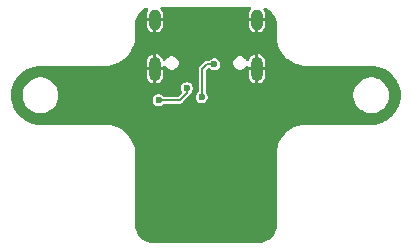
<source format=gbr>
%TF.GenerationSoftware,KiCad,Pcbnew,9.0.0*%
%TF.CreationDate,2025-06-21T10:21:25-05:00*%
%TF.ProjectId,SDC_USB_Breakout,5344435f-5553-4425-9f42-7265616b6f75,rev?*%
%TF.SameCoordinates,Original*%
%TF.FileFunction,Copper,L2,Bot*%
%TF.FilePolarity,Positive*%
%FSLAX46Y46*%
G04 Gerber Fmt 4.6, Leading zero omitted, Abs format (unit mm)*
G04 Created by KiCad (PCBNEW 9.0.0) date 2025-06-21 10:21:25*
%MOMM*%
%LPD*%
G01*
G04 APERTURE LIST*
%TA.AperFunction,ComponentPad*%
%ADD10O,1.000000X2.100000*%
%TD*%
%TA.AperFunction,ComponentPad*%
%ADD11O,1.000000X1.800000*%
%TD*%
%TA.AperFunction,ViaPad*%
%ADD12C,0.600000*%
%TD*%
%TA.AperFunction,Conductor*%
%ADD13C,0.200000*%
%TD*%
G04 APERTURE END LIST*
D10*
%TO.P,J2,S1,SHIELD*%
%TO.N,GND*%
X115620000Y-37670686D03*
D11*
X115620000Y-33490686D03*
D10*
X106980000Y-37670686D03*
D11*
X106980000Y-33490686D03*
%TD*%
D12*
%TO.N,Net-(J2-CC2)*%
X109700000Y-39300000D03*
X107300000Y-40315686D03*
%TO.N,GND*%
X109300000Y-43500000D03*
X109300000Y-41600000D03*
X113300000Y-44465685D03*
%TO.N,Net-(J1-Pin_4)*%
X112029603Y-37277746D03*
X110950001Y-40065685D03*
%TD*%
D13*
%TO.N,Net-(J2-CC2)*%
X109700000Y-39700000D02*
X109084314Y-40315686D01*
X109084314Y-40315686D02*
X107300000Y-40315686D01*
X109700000Y-39300000D02*
X109700000Y-39700000D01*
%TO.N,Net-(J1-Pin_4)*%
X112029603Y-37277746D02*
X111422254Y-37277746D01*
X111000000Y-37700000D02*
X111000000Y-40015686D01*
X111000000Y-40015686D02*
X110950001Y-40065685D01*
X111422254Y-37277746D02*
X111000000Y-37700000D01*
%TD*%
%TA.AperFunction,Conductor*%
%TO.N,GND*%
G36*
X115087911Y-32420185D02*
G01*
X115133666Y-32472989D01*
X115143610Y-32542147D01*
X115114585Y-32605703D01*
X115108554Y-32612180D01*
X115076275Y-32644459D01*
X114999671Y-32759106D01*
X114999664Y-32759119D01*
X114946902Y-32886499D01*
X114946899Y-32886509D01*
X114920000Y-33021739D01*
X114920000Y-33365686D01*
X115320000Y-33365686D01*
X115320000Y-33615686D01*
X114920000Y-33615686D01*
X114920000Y-33959632D01*
X114919999Y-33959632D01*
X114946899Y-34094862D01*
X114946902Y-34094872D01*
X114999664Y-34222252D01*
X114999671Y-34222265D01*
X115076275Y-34336912D01*
X115173773Y-34434410D01*
X115288420Y-34511014D01*
X115288433Y-34511021D01*
X115415814Y-34563783D01*
X115415826Y-34563786D01*
X115495000Y-34579535D01*
X115495000Y-34164928D01*
X115504204Y-34170242D01*
X115580504Y-34190686D01*
X115659496Y-34190686D01*
X115735796Y-34170242D01*
X115745000Y-34164928D01*
X115745000Y-34579534D01*
X115824173Y-34563786D01*
X115824185Y-34563783D01*
X115951566Y-34511021D01*
X115951579Y-34511014D01*
X116066226Y-34434410D01*
X116163724Y-34336912D01*
X116240328Y-34222265D01*
X116240335Y-34222252D01*
X116293097Y-34094872D01*
X116293100Y-34094862D01*
X116320000Y-33959632D01*
X116320000Y-33615686D01*
X115920000Y-33615686D01*
X115920000Y-33365686D01*
X116320000Y-33365686D01*
X116320000Y-33021739D01*
X116293100Y-32886509D01*
X116293097Y-32886499D01*
X116240335Y-32759119D01*
X116240328Y-32759107D01*
X116194485Y-32690498D01*
X116184999Y-32660204D01*
X116173903Y-32630454D01*
X116174633Y-32627097D01*
X116173607Y-32623821D01*
X116182004Y-32593208D01*
X116188754Y-32562181D01*
X116191182Y-32559752D01*
X116192091Y-32556441D01*
X116215711Y-32535223D01*
X116238160Y-32512775D01*
X116241514Y-32512045D01*
X116244070Y-32509750D01*
X116275409Y-32504671D01*
X116306432Y-32497923D01*
X116310968Y-32498909D01*
X116313040Y-32498574D01*
X116340920Y-32505425D01*
X116390405Y-32523881D01*
X116414608Y-32532909D01*
X116430694Y-32540255D01*
X116562415Y-32612180D01*
X116602907Y-32634290D01*
X116617790Y-32643855D01*
X116774863Y-32761438D01*
X116788234Y-32773024D01*
X116926972Y-32911762D01*
X116938558Y-32925133D01*
X117056145Y-33082211D01*
X117065709Y-33097092D01*
X117065710Y-33097094D01*
X117159742Y-33269299D01*
X117167092Y-33285393D01*
X117235660Y-33469233D01*
X117240644Y-33486208D01*
X117282351Y-33677931D01*
X117284869Y-33695442D01*
X117299183Y-33895565D01*
X117299499Y-33904412D01*
X117299499Y-34974519D01*
X117299501Y-34974548D01*
X117299501Y-35051253D01*
X117335964Y-35351552D01*
X117378202Y-35522915D01*
X117408360Y-35645271D01*
X117433171Y-35710691D01*
X117515628Y-35928113D01*
X117515629Y-35928114D01*
X117515631Y-35928119D01*
X117515631Y-35928120D01*
X117570806Y-36033246D01*
X117656209Y-36195967D01*
X117754771Y-36338758D01*
X117828047Y-36444918D01*
X117828049Y-36444920D01*
X117828051Y-36444923D01*
X117877155Y-36500350D01*
X118028647Y-36671351D01*
X118193418Y-36817324D01*
X118255076Y-36871948D01*
X118504032Y-37043791D01*
X118771886Y-37184371D01*
X118935577Y-37246451D01*
X119054727Y-37291639D01*
X119054729Y-37291639D01*
X119054733Y-37291641D01*
X119348447Y-37364035D01*
X119585520Y-37392821D01*
X119648743Y-37400498D01*
X119648745Y-37400498D01*
X119719664Y-37400498D01*
X119719672Y-37400499D01*
X119734106Y-37400499D01*
X119799997Y-37400499D01*
X119865890Y-37400499D01*
X125234107Y-37400499D01*
X125296248Y-37400499D01*
X125303735Y-37400725D01*
X125593796Y-37418270D01*
X125608657Y-37420074D01*
X125890797Y-37471779D01*
X125905334Y-37475362D01*
X126179172Y-37560694D01*
X126193163Y-37565999D01*
X126454743Y-37683726D01*
X126467989Y-37690679D01*
X126713460Y-37839071D01*
X126725776Y-37847572D01*
X126951573Y-38024472D01*
X126962781Y-38034402D01*
X127165596Y-38237217D01*
X127175526Y-38248425D01*
X127352425Y-38474219D01*
X127360927Y-38486536D01*
X127374768Y-38509432D01*
X127509316Y-38732003D01*
X127516275Y-38745262D01*
X127633998Y-39006831D01*
X127639307Y-39020832D01*
X127724636Y-39294663D01*
X127728220Y-39309201D01*
X127779924Y-39591339D01*
X127781729Y-39606204D01*
X127799048Y-39892513D01*
X127799048Y-39907487D01*
X127781729Y-40193795D01*
X127779924Y-40208660D01*
X127728220Y-40490798D01*
X127724636Y-40505336D01*
X127639307Y-40779167D01*
X127633998Y-40793168D01*
X127516275Y-41054737D01*
X127509316Y-41067996D01*
X127360929Y-41313460D01*
X127352423Y-41325783D01*
X127175526Y-41551574D01*
X127165596Y-41562782D01*
X126962781Y-41765597D01*
X126951573Y-41775527D01*
X126725782Y-41952423D01*
X126713459Y-41960929D01*
X126467995Y-42109317D01*
X126454736Y-42116276D01*
X126193168Y-42233998D01*
X126179167Y-42239307D01*
X125905335Y-42324636D01*
X125890797Y-42328220D01*
X125608659Y-42379924D01*
X125593794Y-42381729D01*
X125303752Y-42399274D01*
X125296265Y-42399500D01*
X119851360Y-42399500D01*
X119851356Y-42399499D01*
X119648742Y-42399499D01*
X119393824Y-42430453D01*
X119348446Y-42435963D01*
X119199457Y-42472685D01*
X119054726Y-42508358D01*
X118771880Y-42615628D01*
X118504033Y-42756206D01*
X118504024Y-42756212D01*
X118255076Y-42928047D01*
X118255070Y-42928052D01*
X118028650Y-43128643D01*
X117989811Y-43172484D01*
X117828049Y-43355076D01*
X117828047Y-43355078D01*
X117828045Y-43355081D01*
X117656210Y-43604026D01*
X117656205Y-43604035D01*
X117515627Y-43871882D01*
X117408357Y-44154727D01*
X117378199Y-44277085D01*
X117335962Y-44448449D01*
X117321376Y-44568568D01*
X117299499Y-44748745D01*
X117299499Y-50895573D01*
X117299183Y-50904420D01*
X117284868Y-51104558D01*
X117282350Y-51122069D01*
X117240645Y-51313787D01*
X117235661Y-51330763D01*
X117167089Y-51514609D01*
X117159739Y-51530702D01*
X117065710Y-51702904D01*
X117056145Y-51717788D01*
X116938560Y-51874862D01*
X116926975Y-51888232D01*
X116788230Y-52026978D01*
X116774858Y-52038564D01*
X116617790Y-52156143D01*
X116602907Y-52165708D01*
X116430700Y-52259740D01*
X116414607Y-52267090D01*
X116230763Y-52335661D01*
X116213787Y-52340645D01*
X116022068Y-52382350D01*
X116004557Y-52384868D01*
X115823779Y-52397798D01*
X115804417Y-52399183D01*
X115795572Y-52399499D01*
X106804427Y-52399499D01*
X106795581Y-52399183D01*
X106773621Y-52397612D01*
X106595441Y-52384868D01*
X106577930Y-52382350D01*
X106386212Y-52340645D01*
X106369236Y-52335661D01*
X106185390Y-52267089D01*
X106169298Y-52259739D01*
X105997095Y-52165710D01*
X105982210Y-52156145D01*
X105982207Y-52156143D01*
X105825133Y-52038558D01*
X105811763Y-52026972D01*
X105673027Y-51888236D01*
X105661441Y-51874866D01*
X105661438Y-51874862D01*
X105543850Y-51717784D01*
X105534289Y-51702904D01*
X105440260Y-51530701D01*
X105432910Y-51514609D01*
X105364335Y-51330755D01*
X105359356Y-51313796D01*
X105317648Y-51122065D01*
X105315131Y-51104556D01*
X105305214Y-50965904D01*
X105300813Y-50904373D01*
X105300498Y-50895535D01*
X105300498Y-44951369D01*
X105300502Y-44951355D01*
X105300502Y-44748747D01*
X105292237Y-44680682D01*
X105264039Y-44448450D01*
X105191645Y-44154735D01*
X105191644Y-44154732D01*
X105191643Y-44154728D01*
X105156524Y-44062131D01*
X105084375Y-43871887D01*
X104943794Y-43604032D01*
X104813841Y-43415762D01*
X104771954Y-43355077D01*
X104771949Y-43355071D01*
X104571354Y-43128647D01*
X104571352Y-43128645D01*
X104344928Y-42928050D01*
X104344922Y-42928045D01*
X104095974Y-42756210D01*
X104095972Y-42756209D01*
X104095968Y-42756206D01*
X103972701Y-42691510D01*
X103828120Y-42615628D01*
X103828115Y-42615626D01*
X103828113Y-42615625D01*
X103767867Y-42592776D01*
X103545271Y-42508356D01*
X103429819Y-42479900D01*
X103251550Y-42435961D01*
X103071370Y-42414083D01*
X102951252Y-42399498D01*
X102951250Y-42399498D01*
X102799997Y-42399498D01*
X102734105Y-42399498D01*
X102734104Y-42399498D01*
X97303747Y-42399498D01*
X97296261Y-42399272D01*
X97006205Y-42381728D01*
X96991339Y-42379923D01*
X96709201Y-42328219D01*
X96694663Y-42324635D01*
X96420824Y-42239304D01*
X96406826Y-42233995D01*
X96254095Y-42165256D01*
X96145268Y-42116277D01*
X96132010Y-42109319D01*
X95886540Y-41960928D01*
X95874220Y-41952424D01*
X95691313Y-41809125D01*
X95648426Y-41775525D01*
X95637218Y-41765595D01*
X95434403Y-41562781D01*
X95424473Y-41551573D01*
X95306114Y-41400499D01*
X95247573Y-41325776D01*
X95239071Y-41313458D01*
X95090680Y-41067987D01*
X95083722Y-41054730D01*
X94966000Y-40793163D01*
X94960698Y-40779182D01*
X94875363Y-40505334D01*
X94871780Y-40490797D01*
X94867270Y-40466185D01*
X94820075Y-40208657D01*
X94818271Y-40193794D01*
X94800952Y-39907472D01*
X94800952Y-39892527D01*
X94807643Y-39781901D01*
X95799499Y-39781901D01*
X95799499Y-40018096D01*
X95836446Y-40251367D01*
X95836445Y-40251367D01*
X95909432Y-40475995D01*
X95984337Y-40623002D01*
X96016656Y-40686432D01*
X96155482Y-40877509D01*
X96322489Y-41044516D01*
X96513566Y-41183342D01*
X96612990Y-41234001D01*
X96724002Y-41290565D01*
X96724004Y-41290565D01*
X96724007Y-41290567D01*
X96814217Y-41319878D01*
X96948630Y-41363552D01*
X97181902Y-41400499D01*
X97181907Y-41400499D01*
X97418096Y-41400499D01*
X97651367Y-41363552D01*
X97651370Y-41363551D01*
X97875991Y-41290567D01*
X98086432Y-41183342D01*
X98277509Y-41044516D01*
X98444516Y-40877509D01*
X98583342Y-40686432D01*
X98690567Y-40475991D01*
X98763552Y-40251367D01*
X98763801Y-40249794D01*
X106799500Y-40249794D01*
X106799500Y-40381577D01*
X106833608Y-40508873D01*
X106860902Y-40556146D01*
X106899500Y-40623000D01*
X106992686Y-40716186D01*
X107106814Y-40782078D01*
X107234108Y-40816186D01*
X107234110Y-40816186D01*
X107365890Y-40816186D01*
X107365892Y-40816186D01*
X107493186Y-40782078D01*
X107607314Y-40716186D01*
X107670995Y-40652505D01*
X107732318Y-40619020D01*
X107758676Y-40616186D01*
X109123874Y-40616186D01*
X109123876Y-40616186D01*
X109200303Y-40595707D01*
X109268825Y-40556146D01*
X109324774Y-40500197D01*
X109825178Y-39999793D01*
X110449501Y-39999793D01*
X110449501Y-40131576D01*
X110483609Y-40258872D01*
X110516555Y-40315935D01*
X110549501Y-40372999D01*
X110642687Y-40466185D01*
X110756815Y-40532077D01*
X110884109Y-40566185D01*
X110884111Y-40566185D01*
X111015891Y-40566185D01*
X111015893Y-40566185D01*
X111143187Y-40532077D01*
X111257315Y-40466185D01*
X111350501Y-40372999D01*
X111416393Y-40258871D01*
X111450501Y-40131577D01*
X111450501Y-39999793D01*
X111416393Y-39872499D01*
X111402996Y-39849294D01*
X111399058Y-39842473D01*
X111399053Y-39842466D01*
X111364086Y-39781901D01*
X123799499Y-39781901D01*
X123799499Y-40018096D01*
X123836446Y-40251367D01*
X123836445Y-40251367D01*
X123909432Y-40475995D01*
X123955387Y-40566185D01*
X123999369Y-40652505D01*
X124016658Y-40686435D01*
X124155475Y-40877502D01*
X124155479Y-40877507D01*
X124322489Y-41044517D01*
X124322494Y-41044521D01*
X124476192Y-41156188D01*
X124513565Y-41183341D01*
X124647657Y-41251664D01*
X124724001Y-41290564D01*
X124724003Y-41290564D01*
X124724006Y-41290566D01*
X124844410Y-41329687D01*
X124948629Y-41363551D01*
X125181901Y-41400498D01*
X125181906Y-41400498D01*
X125418095Y-41400498D01*
X125651366Y-41363551D01*
X125875990Y-41290566D01*
X126086431Y-41183341D01*
X126277508Y-41044516D01*
X126444515Y-40877509D01*
X126583340Y-40686432D01*
X126690565Y-40475991D01*
X126763550Y-40251367D01*
X126771483Y-40201281D01*
X126800497Y-40018096D01*
X126800497Y-39781901D01*
X126763550Y-39548630D01*
X126727773Y-39438521D01*
X126690565Y-39324007D01*
X126690563Y-39324004D01*
X126690563Y-39324002D01*
X126644759Y-39234108D01*
X126583340Y-39113566D01*
X126505787Y-39006823D01*
X126444520Y-38922495D01*
X126444516Y-38922490D01*
X126277506Y-38755480D01*
X126277501Y-38755476D01*
X126086434Y-38616659D01*
X126086433Y-38616658D01*
X126086431Y-38616657D01*
X125960055Y-38552265D01*
X125875994Y-38509433D01*
X125651366Y-38436446D01*
X125418095Y-38399500D01*
X125418090Y-38399500D01*
X125181906Y-38399500D01*
X125181901Y-38399500D01*
X124948629Y-38436446D01*
X124724001Y-38509433D01*
X124513561Y-38616659D01*
X124322494Y-38755476D01*
X124322489Y-38755480D01*
X124155479Y-38922490D01*
X124155475Y-38922495D01*
X124016658Y-39113562D01*
X123909432Y-39324002D01*
X123836445Y-39548630D01*
X123799499Y-39781901D01*
X111364086Y-39781901D01*
X111350501Y-39758371D01*
X111328122Y-39735992D01*
X111321303Y-39725756D01*
X111314420Y-39703670D01*
X111303334Y-39683366D01*
X111300826Y-39660042D01*
X111300517Y-39659050D01*
X111300662Y-39658521D01*
X111300500Y-39657008D01*
X111300500Y-37875833D01*
X111320185Y-37808794D01*
X111336819Y-37788152D01*
X111496826Y-37628145D01*
X111558149Y-37594660D01*
X111627841Y-37599644D01*
X111672188Y-37628145D01*
X111722289Y-37678246D01*
X111836417Y-37744138D01*
X111963711Y-37778246D01*
X111963713Y-37778246D01*
X112095493Y-37778246D01*
X112095495Y-37778246D01*
X112222789Y-37744138D01*
X112336917Y-37678246D01*
X112430103Y-37585060D01*
X112495995Y-37470932D01*
X112530103Y-37343638D01*
X112530103Y-37211854D01*
X112498771Y-37094920D01*
X113614500Y-37094920D01*
X113614500Y-37246451D01*
X113653719Y-37392822D01*
X113688478Y-37453025D01*
X113729485Y-37524051D01*
X113836635Y-37631201D01*
X113967865Y-37706967D01*
X114114234Y-37746186D01*
X114114236Y-37746186D01*
X114265764Y-37746186D01*
X114265766Y-37746186D01*
X114412135Y-37706967D01*
X114543365Y-37631201D01*
X114650515Y-37524051D01*
X114655458Y-37515489D01*
X114688613Y-37458064D01*
X114739180Y-37409848D01*
X114807787Y-37396626D01*
X114872652Y-37422594D01*
X114913180Y-37479508D01*
X114920000Y-37520064D01*
X114920000Y-37545686D01*
X115320000Y-37545686D01*
X115320000Y-37795686D01*
X114920000Y-37795686D01*
X114920000Y-38289632D01*
X114919999Y-38289632D01*
X114946899Y-38424862D01*
X114946902Y-38424872D01*
X114999664Y-38552252D01*
X114999671Y-38552265D01*
X115076275Y-38666912D01*
X115173773Y-38764410D01*
X115288420Y-38841014D01*
X115288433Y-38841021D01*
X115415814Y-38893783D01*
X115415826Y-38893786D01*
X115495000Y-38909535D01*
X115495000Y-38494928D01*
X115504204Y-38500242D01*
X115580504Y-38520686D01*
X115659496Y-38520686D01*
X115735796Y-38500242D01*
X115745000Y-38494928D01*
X115745000Y-38909534D01*
X115824173Y-38893786D01*
X115824185Y-38893783D01*
X115951566Y-38841021D01*
X115951579Y-38841014D01*
X116066226Y-38764410D01*
X116163724Y-38666912D01*
X116240328Y-38552265D01*
X116240335Y-38552252D01*
X116293097Y-38424872D01*
X116293100Y-38424862D01*
X116320000Y-38289632D01*
X116320000Y-37795686D01*
X115920000Y-37795686D01*
X115920000Y-37545686D01*
X116320000Y-37545686D01*
X116320000Y-37051739D01*
X116293100Y-36916509D01*
X116293097Y-36916499D01*
X116240335Y-36789119D01*
X116240328Y-36789106D01*
X116163724Y-36674459D01*
X116066226Y-36576961D01*
X115951579Y-36500357D01*
X115951566Y-36500350D01*
X115824184Y-36447587D01*
X115824176Y-36447585D01*
X115745000Y-36431835D01*
X115745000Y-36846443D01*
X115735796Y-36841130D01*
X115659496Y-36820686D01*
X115580504Y-36820686D01*
X115504204Y-36841130D01*
X115495000Y-36846443D01*
X115495000Y-36431836D01*
X115494999Y-36431835D01*
X115415823Y-36447585D01*
X115415815Y-36447587D01*
X115288433Y-36500350D01*
X115288420Y-36500357D01*
X115173773Y-36576961D01*
X115076275Y-36674459D01*
X114999671Y-36789106D01*
X114999664Y-36789119D01*
X114944570Y-36922131D01*
X114942897Y-36921438D01*
X114909253Y-36972755D01*
X114845435Y-37001200D01*
X114776370Y-36990626D01*
X114723986Y-36944392D01*
X114721521Y-36940306D01*
X114664261Y-36841130D01*
X114650515Y-36817321D01*
X114543365Y-36710171D01*
X114476127Y-36671351D01*
X114412136Y-36634405D01*
X114338950Y-36614795D01*
X114265766Y-36595186D01*
X114114234Y-36595186D01*
X113967863Y-36634405D01*
X113836635Y-36710171D01*
X113836632Y-36710173D01*
X113729487Y-36817318D01*
X113729485Y-36817321D01*
X113653719Y-36948549D01*
X113614500Y-37094920D01*
X112498771Y-37094920D01*
X112495995Y-37084560D01*
X112430103Y-36970432D01*
X112336917Y-36877246D01*
X112279853Y-36844300D01*
X112222790Y-36811354D01*
X112139806Y-36789119D01*
X112095495Y-36777246D01*
X111963711Y-36777246D01*
X111836415Y-36811354D01*
X111722289Y-36877246D01*
X111722286Y-36877248D01*
X111658608Y-36940927D01*
X111597285Y-36974412D01*
X111570927Y-36977246D01*
X111382692Y-36977246D01*
X111332758Y-36990626D01*
X111306264Y-36997725D01*
X111247188Y-37031833D01*
X111247187Y-37031832D01*
X111237746Y-37037283D01*
X111237741Y-37037287D01*
X110759541Y-37515487D01*
X110759535Y-37515495D01*
X110719982Y-37584004D01*
X110719979Y-37584009D01*
X110715790Y-37599644D01*
X110705798Y-37636936D01*
X110699500Y-37660439D01*
X110699500Y-39560792D01*
X110679815Y-39627831D01*
X110647739Y-39658417D01*
X110649135Y-39660237D01*
X110642687Y-39665184D01*
X110549501Y-39758371D01*
X110483609Y-39872497D01*
X110449501Y-39999793D01*
X109825178Y-39999793D01*
X109940460Y-39884511D01*
X109971253Y-39831175D01*
X109980021Y-39815989D01*
X110000500Y-39739562D01*
X110000500Y-39739560D01*
X110002603Y-39731712D01*
X110005104Y-39732382D01*
X110028157Y-39680264D01*
X110035130Y-39672683D01*
X110100500Y-39607314D01*
X110166392Y-39493186D01*
X110200500Y-39365892D01*
X110200500Y-39234108D01*
X110166392Y-39106814D01*
X110100500Y-38992686D01*
X110007314Y-38899500D01*
X109906014Y-38841014D01*
X109893187Y-38833608D01*
X109829539Y-38816554D01*
X109765892Y-38799500D01*
X109634108Y-38799500D01*
X109506812Y-38833608D01*
X109392686Y-38899500D01*
X109392683Y-38899502D01*
X109299502Y-38992683D01*
X109299500Y-38992686D01*
X109233608Y-39106812D01*
X109199500Y-39234108D01*
X109199500Y-39365891D01*
X109233609Y-39493188D01*
X109233609Y-39493189D01*
X109276893Y-39568159D01*
X109293366Y-39636059D01*
X109270513Y-39702086D01*
X109257188Y-39717840D01*
X108996160Y-39978868D01*
X108934840Y-40012352D01*
X108908481Y-40015186D01*
X107758676Y-40015186D01*
X107691637Y-39995501D01*
X107670995Y-39978867D01*
X107607316Y-39915188D01*
X107607314Y-39915186D01*
X107533373Y-39872496D01*
X107493187Y-39849294D01*
X107406665Y-39826111D01*
X107365892Y-39815186D01*
X107234108Y-39815186D01*
X107106812Y-39849294D01*
X106992686Y-39915186D01*
X106992683Y-39915188D01*
X106899502Y-40008369D01*
X106899500Y-40008372D01*
X106833608Y-40122498D01*
X106799500Y-40249794D01*
X98763801Y-40249794D01*
X98771485Y-40201281D01*
X98800499Y-40018096D01*
X98800499Y-39781901D01*
X98763552Y-39548630D01*
X98727775Y-39438521D01*
X98690567Y-39324007D01*
X98690565Y-39324004D01*
X98690565Y-39324002D01*
X98583341Y-39113565D01*
X98578435Y-39106812D01*
X98444516Y-38922489D01*
X98277509Y-38755482D01*
X98086432Y-38616656D01*
X97875995Y-38509432D01*
X97651367Y-38436445D01*
X97418096Y-38399499D01*
X97418091Y-38399499D01*
X97181907Y-38399499D01*
X97181902Y-38399499D01*
X96948630Y-38436445D01*
X96724002Y-38509432D01*
X96513565Y-38616656D01*
X96404549Y-38695861D01*
X96322489Y-38755482D01*
X96322487Y-38755484D01*
X96322486Y-38755484D01*
X96155484Y-38922486D01*
X96155484Y-38922487D01*
X96155482Y-38922489D01*
X96155478Y-38922495D01*
X96016656Y-39113565D01*
X95909432Y-39324002D01*
X95836445Y-39548630D01*
X95799499Y-39781901D01*
X94807643Y-39781901D01*
X94818271Y-39606201D01*
X94820076Y-39591340D01*
X94838064Y-39493187D01*
X94871780Y-39309198D01*
X94875364Y-39294664D01*
X94960699Y-39020812D01*
X94965997Y-39006842D01*
X95083727Y-38745258D01*
X95090680Y-38732012D01*
X95160414Y-38616657D01*
X95239075Y-38486534D01*
X95247567Y-38474230D01*
X95392190Y-38289632D01*
X106279999Y-38289632D01*
X106306899Y-38424862D01*
X106306902Y-38424872D01*
X106359664Y-38552252D01*
X106359671Y-38552265D01*
X106436275Y-38666912D01*
X106533773Y-38764410D01*
X106648420Y-38841014D01*
X106648433Y-38841021D01*
X106775814Y-38893783D01*
X106775826Y-38893786D01*
X106855000Y-38909535D01*
X106855000Y-38494928D01*
X106864204Y-38500242D01*
X106940504Y-38520686D01*
X107019496Y-38520686D01*
X107095796Y-38500242D01*
X107105000Y-38494928D01*
X107105000Y-38909534D01*
X107184173Y-38893786D01*
X107184185Y-38893783D01*
X107311566Y-38841021D01*
X107311579Y-38841014D01*
X107426226Y-38764410D01*
X107523724Y-38666912D01*
X107600328Y-38552265D01*
X107600335Y-38552252D01*
X107653097Y-38424872D01*
X107653100Y-38424862D01*
X107680000Y-38289632D01*
X107680000Y-37795686D01*
X107280000Y-37795686D01*
X107280000Y-37545686D01*
X107680000Y-37545686D01*
X107680000Y-37520064D01*
X107699685Y-37453025D01*
X107752489Y-37407270D01*
X107821647Y-37397326D01*
X107885203Y-37426351D01*
X107911387Y-37458064D01*
X107944542Y-37515489D01*
X107949485Y-37524051D01*
X108056635Y-37631201D01*
X108187865Y-37706967D01*
X108334234Y-37746186D01*
X108334236Y-37746186D01*
X108485764Y-37746186D01*
X108485766Y-37746186D01*
X108632135Y-37706967D01*
X108763365Y-37631201D01*
X108870515Y-37524051D01*
X108946281Y-37392821D01*
X108985500Y-37246452D01*
X108985500Y-37094920D01*
X108946281Y-36948551D01*
X108870515Y-36817321D01*
X108763365Y-36710171D01*
X108696127Y-36671351D01*
X108632136Y-36634405D01*
X108558950Y-36614795D01*
X108485766Y-36595186D01*
X108334234Y-36595186D01*
X108187863Y-36634405D01*
X108056635Y-36710171D01*
X108056632Y-36710173D01*
X107949487Y-36817318D01*
X107949485Y-36817321D01*
X107878478Y-36940307D01*
X107827910Y-36988522D01*
X107759303Y-37001744D01*
X107694438Y-36975776D01*
X107656055Y-36921872D01*
X107655430Y-36922131D01*
X107654304Y-36919413D01*
X107653911Y-36918861D01*
X107653313Y-36917022D01*
X107600335Y-36789119D01*
X107600328Y-36789106D01*
X107523724Y-36674459D01*
X107426226Y-36576961D01*
X107311579Y-36500357D01*
X107311566Y-36500350D01*
X107184184Y-36447587D01*
X107184176Y-36447585D01*
X107105000Y-36431835D01*
X107105000Y-36846443D01*
X107095796Y-36841130D01*
X107019496Y-36820686D01*
X106940504Y-36820686D01*
X106864204Y-36841130D01*
X106855000Y-36846443D01*
X106855000Y-36431836D01*
X106854999Y-36431835D01*
X106775823Y-36447585D01*
X106775815Y-36447587D01*
X106648433Y-36500350D01*
X106648420Y-36500357D01*
X106533773Y-36576961D01*
X106436275Y-36674459D01*
X106359671Y-36789106D01*
X106359664Y-36789119D01*
X106306902Y-36916499D01*
X106306899Y-36916509D01*
X106280000Y-37051739D01*
X106280000Y-37545686D01*
X106680000Y-37545686D01*
X106680000Y-37795686D01*
X106280000Y-37795686D01*
X106280000Y-38289632D01*
X106279999Y-38289632D01*
X95392190Y-38289632D01*
X95424480Y-38248417D01*
X95434395Y-38237226D01*
X95637226Y-38034396D01*
X95648417Y-38024481D01*
X95874230Y-37847567D01*
X95886526Y-37839080D01*
X96132014Y-37690677D01*
X96145257Y-37683727D01*
X96406841Y-37565997D01*
X96420811Y-37560699D01*
X96694667Y-37475362D01*
X96709197Y-37471780D01*
X96991343Y-37420075D01*
X97006201Y-37418271D01*
X97296147Y-37400731D01*
X97303632Y-37400506D01*
X97365891Y-37400506D01*
X97365891Y-37400505D01*
X102849384Y-37400502D01*
X102873948Y-37400502D01*
X102874011Y-37400498D01*
X102951252Y-37400498D01*
X103014467Y-37392822D01*
X103251549Y-37364035D01*
X103545263Y-37291641D01*
X103828110Y-37184372D01*
X104095964Y-37043792D01*
X104233948Y-36948549D01*
X104241118Y-36943600D01*
X104344918Y-36871952D01*
X104344917Y-36871952D01*
X104344921Y-36871950D01*
X104527529Y-36710173D01*
X104571348Y-36671353D01*
X104571350Y-36671351D01*
X104610185Y-36627516D01*
X104771947Y-36444925D01*
X104943789Y-36195969D01*
X105084370Y-35928114D01*
X105191640Y-35645268D01*
X105264034Y-35351554D01*
X105300497Y-35051255D01*
X105300498Y-34900003D01*
X105300498Y-34834110D01*
X105300498Y-34834109D01*
X105300498Y-33904396D01*
X105300812Y-33895607D01*
X105315128Y-33695438D01*
X105317644Y-33677941D01*
X105359354Y-33486204D01*
X105364334Y-33469244D01*
X105432910Y-33285383D01*
X105440250Y-33269311D01*
X105534293Y-33097084D01*
X105543853Y-33082211D01*
X105661442Y-32925129D01*
X105673016Y-32911772D01*
X105811768Y-32773020D01*
X105825123Y-32761447D01*
X105982214Y-32643849D01*
X105997090Y-32634290D01*
X106169309Y-32540251D01*
X106185390Y-32532908D01*
X106252301Y-32507951D01*
X106259081Y-32505423D01*
X106328772Y-32500439D01*
X106390095Y-32533925D01*
X106423579Y-32595248D01*
X106418594Y-32664940D01*
X106405516Y-32690495D01*
X106359670Y-32759108D01*
X106359664Y-32759119D01*
X106306902Y-32886499D01*
X106306899Y-32886509D01*
X106280000Y-33021739D01*
X106280000Y-33365686D01*
X106680000Y-33365686D01*
X106680000Y-33615686D01*
X106280000Y-33615686D01*
X106280000Y-33959632D01*
X106279999Y-33959632D01*
X106306899Y-34094862D01*
X106306902Y-34094872D01*
X106359664Y-34222252D01*
X106359671Y-34222265D01*
X106436275Y-34336912D01*
X106533773Y-34434410D01*
X106648420Y-34511014D01*
X106648433Y-34511021D01*
X106775814Y-34563783D01*
X106775826Y-34563786D01*
X106855000Y-34579535D01*
X106855000Y-34164928D01*
X106864204Y-34170242D01*
X106940504Y-34190686D01*
X107019496Y-34190686D01*
X107095796Y-34170242D01*
X107105000Y-34164928D01*
X107105000Y-34579534D01*
X107184173Y-34563786D01*
X107184185Y-34563783D01*
X107311566Y-34511021D01*
X107311579Y-34511014D01*
X107426226Y-34434410D01*
X107523724Y-34336912D01*
X107600328Y-34222265D01*
X107600335Y-34222252D01*
X107653097Y-34094872D01*
X107653100Y-34094862D01*
X107680000Y-33959632D01*
X107680000Y-33615686D01*
X107280000Y-33615686D01*
X107280000Y-33365686D01*
X107680000Y-33365686D01*
X107680000Y-33021739D01*
X107653100Y-32886509D01*
X107653097Y-32886499D01*
X107600335Y-32759119D01*
X107600328Y-32759106D01*
X107523724Y-32644459D01*
X107491446Y-32612181D01*
X107457961Y-32550858D01*
X107462945Y-32481166D01*
X107504817Y-32425233D01*
X107570281Y-32400816D01*
X107579075Y-32400501D01*
X115020872Y-32400500D01*
X115087911Y-32420185D01*
G37*
%TD.AperFunction*%
%TD*%
M02*

</source>
